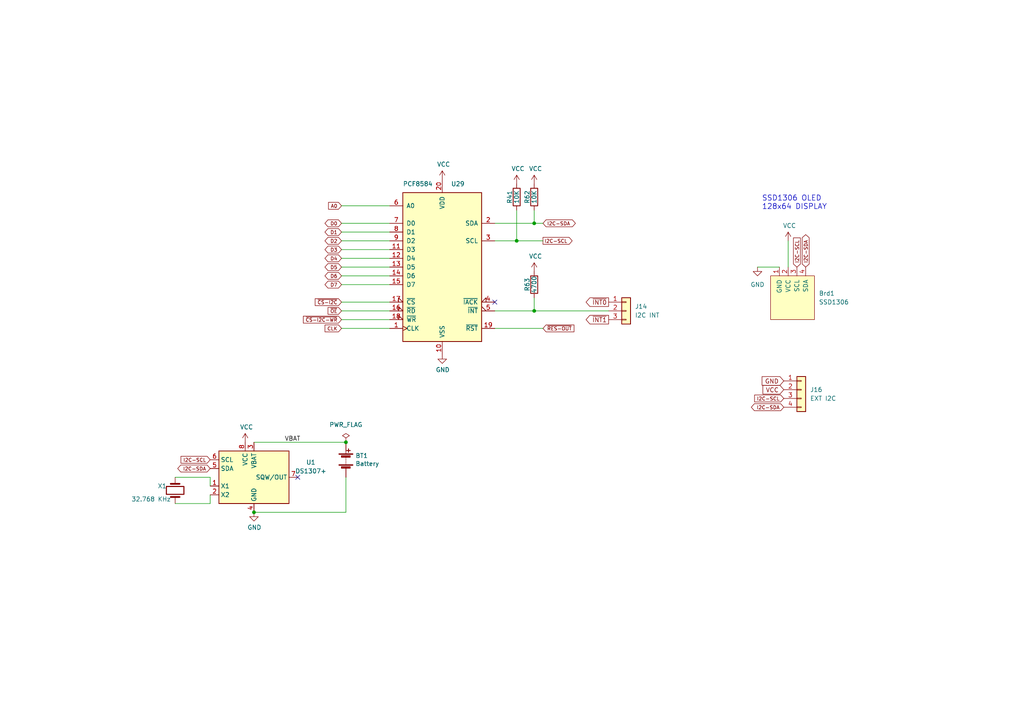
<source format=kicad_sch>
(kicad_sch (version 20211123) (generator eeschema)
  (paper "A4")
  (lib_symbols
    (symbol "Connector_Generic:Conn_01x03" (pin_names (offset 1.016) hide)
      (property "Reference" "J" (at 0 5.08 0))
      (property "Value" "Conn_01x03" (at 0 -5.08 0))
      (symbol "Conn_01x03_1_1"
        (rectangle (start -1.27 -2.413) (end 0 -2.667) (stroke (width 0.1524)))
        (rectangle (start -1.27 0.127) (end 0 -0.127) (stroke (width 0.1524)))
        (rectangle (start -1.27 2.667) (end 0 2.413) (stroke (width 0.1524)))
        (rectangle (start -1.27 3.81) (end 1.27 -3.81) (stroke (width 0.254)) (fill (type background)))
        (pin passive line (at -5.08 2.54 0) (length 3.81) (name "Pin_1") (number "1"))
        (pin passive line (at -5.08 0 0) (length 3.81) (name "Pin_2") (number "2"))
        (pin passive line (at -5.08 -2.54 0) (length 3.81) (name "Pin_3") (number "3"))
      )
    )
    (symbol "Connector_Generic:Conn_01x04" (pin_names (offset 1.016) hide)
      (property "Reference" "J" (at 0 5.08 0))
      (property "Value" "Conn_01x04" (at 0 -7.62 0))
      (symbol "Conn_01x04_1_1"
        (rectangle (start -1.27 -4.953) (end 0 -5.207) (stroke (width 0.1524)))
        (rectangle (start -1.27 -2.413) (end 0 -2.667) (stroke (width 0.1524)))
        (rectangle (start -1.27 0.127) (end 0 -0.127) (stroke (width 0.1524)))
        (rectangle (start -1.27 2.667) (end 0 2.413) (stroke (width 0.1524)))
        (rectangle (start -1.27 3.81) (end 1.27 -6.35) (stroke (width 0.254)) (fill (type background)))
        (pin passive line (at -5.08 2.54 0) (length 3.81) (name "Pin_1") (number "1"))
        (pin passive line (at -5.08 0 0) (length 3.81) (name "Pin_2") (number "2"))
        (pin passive line (at -5.08 -2.54 0) (length 3.81) (name "Pin_3") (number "3"))
        (pin passive line (at -5.08 -5.08 0) (length 3.81) (name "Pin_4") (number "4"))
      )
    )
    (symbol "Device:Battery" (pin_numbers hide) (pin_names (offset 0) hide)
      (property "Reference" "BT" (at 2.54 2.54 0))
      (property "Value" "Battery" (at 2.54 0 0))
      (symbol "Battery_0_1"
        (rectangle (start -2.032 -1.397) (end 2.032 -1.651) (fill (type outline)))
        (rectangle (start -2.032 1.778) (end 2.032 1.524) (fill (type outline)))
        (rectangle (start -1.3208 -1.9812) (end 1.27 -2.4892) (fill (type outline)))
        (rectangle (start -1.3208 1.1938) (end 1.27 0.6858) (fill (type outline)))
        (polyline (pts (xy 0 -1.524) (xy 0 -1.27)))
        (polyline (pts (xy 0 -1.016) (xy 0 -0.762)))
        (polyline (pts (xy 0 -0.508) (xy 0 -0.254)))
        (polyline (pts (xy 0 0) (xy 0 0.254)))
        (polyline (pts (xy 0 0.508) (xy 0 0.762)))
        (polyline (pts (xy 0 1.778) (xy 0 2.54)))
        (polyline (pts (xy 0.254 2.667) (xy 1.27 2.667)) (stroke (width 0.254)))
        (polyline (pts (xy 0.762 3.175) (xy 0.762 2.159)) (stroke (width 0.254)))
      )
      (symbol "Battery_1_1"
        (pin passive line (at 0 5.08 270) (length 2.54) (name "+") (number "1"))
        (pin passive line (at 0 -5.08 90) (length 2.54) (name "-") (number "2"))
      )
    )
    (symbol "Device:Crystal" (pin_numbers hide) (pin_names (offset 1.016) hide)
      (property "Reference" "Y" (at 0 3.81 0))
      (property "Value" "Crystal" (at 0 -3.81 0))
      (symbol "Crystal_0_1"
        (rectangle (start -1.143 2.54) (end 1.143 -2.54) (stroke (width 0.3048)))
        (polyline (pts (xy -2.54 0) (xy -1.905 0)))
        (polyline (pts (xy -1.905 -1.27) (xy -1.905 1.27)) (stroke (width 0.508)))
        (polyline (pts (xy 1.905 -1.27) (xy 1.905 1.27)) (stroke (width 0.508)))
        (polyline (pts (xy 2.54 0) (xy 1.905 0)))
      )
      (symbol "Crystal_1_1"
        (pin passive line (at -3.81 0 0) (length 1.27) (name "1") (number "1"))
        (pin passive line (at 3.81 0 180) (length 1.27) (name "2") (number "2"))
      )
    )
    (symbol "Device:R" (pin_numbers hide) (pin_names (offset 0))
      (property "Reference" "R" (at 2.032 0 90))
      (property "Value" "R" (at 0 0 90))
      (symbol "R_0_1"
        (rectangle (start -1.016 -2.54) (end 1.016 2.54) (stroke (width 0.254)))
      )
      (symbol "R_1_1"
        (pin passive line (at 0 3.81 270) (length 1.27) (name "~") (number "1"))
        (pin passive line (at 0 -3.81 90) (length 1.27) (name "~") (number "2"))
      )
    )
    (symbol "Interface_Expansion:PCF8584" (pin_names (offset 1.016))
      (property "Reference" "U" (at -11.43 22.86 0))
      (property "Value" "PCF8584" (at 3.81 22.86 0))
      (symbol "PCF8584_0_1"
        (rectangle (start -11.43 -21.59) (end 11.43 21.59) (stroke (width 0.254)) (fill (type background)))
      )
      (symbol "PCF8584_1_1"
        (pin input clock (at -15.24 -17.78 0) (length 3.81) (name "CLK") (number "1"))
        (pin power_in line (at 0 -25.4 90) (length 3.81) (name "VSS") (number "10"))
        (pin tri_state line (at -15.24 5.08 0) (length 3.81) (name "D3") (number "11"))
        (pin tri_state line (at -15.24 2.54 0) (length 3.81) (name "D4") (number "12"))
        (pin tri_state line (at -15.24 0 0) (length 3.81) (name "D5") (number "13"))
        (pin tri_state line (at -15.24 -2.54 0) (length 3.81) (name "D6") (number "14"))
        (pin tri_state line (at -15.24 -5.08 0) (length 3.81) (name "D7") (number "15"))
        (pin passive input_low (at -15.24 -12.7 0) (length 3.81) (name "~{RD}") (number "16"))
        (pin input input_low (at -15.24 -10.16 0) (length 3.81) (name "~{CS}") (number "17"))
        (pin input input_low (at -15.24 -15.24 0) (length 3.81) (name "~{WR}") (number "18"))
        (pin bidirectional line (at 15.24 -17.78 180) (length 3.81) (name "~{RST}") (number "19"))
        (pin bidirectional line (at 15.24 12.7 180) (length 3.81) (name "SDA") (number "2"))
        (pin power_in line (at 0 25.4 270) (length 3.81) (name "VDD") (number "20"))
        (pin bidirectional line (at 15.24 7.62 180) (length 3.81) (name "SCL") (number "3"))
        (pin input input_low (at 15.24 -10.16 180) (length 3.81) (name "~{IACK}") (number "4"))
        (pin output output_low (at 15.24 -12.7 180) (length 3.81) (name "~{INT}") (number "5"))
        (pin input line (at -15.24 17.78 0) (length 3.81) (name "A0") (number "6"))
        (pin tri_state line (at -15.24 12.7 0) (length 3.81) (name "D0") (number "7"))
        (pin tri_state line (at -15.24 10.16 0) (length 3.81) (name "D1") (number "8"))
        (pin tri_state line (at -15.24 7.62 0) (length 3.81) (name "D2") (number "9"))
      )
    )
    (symbol "SSD1306-128x64_OLED:SSD1306" (pin_names (offset 1.016))
      (property "Reference" "Brd" (at 0 -3.81 0))
      (property "Value" "SSD1306" (at 0 -1.27 0))
      (symbol "SSD1306_0_1"
        (rectangle (start -6.35 6.35) (end 6.35 -6.35) (fill (type background)))
      )
      (symbol "SSD1306_1_1"
        (pin input line (at -3.81 8.89 270) (length 2.54) (name "GND") (number "1"))
        (pin input line (at -1.27 8.89 270) (length 2.54) (name "VCC") (number "2"))
        (pin input line (at 1.27 8.89 270) (length 2.54) (name "SCL") (number "3"))
        (pin input line (at 3.81 8.89 270) (length 2.54) (name "SDA") (number "4"))
      )
    )
    (symbol "Timer_RTC:DS1307+"
      (property "Reference" "U" (at -8.89 8.89 0))
      (property "Value" "DS1307+" (at 1.27 8.89 0))
      (symbol "DS1307+_0_1"
        (rectangle (start -10.16 7.62) (end 10.16 -7.62) (stroke (width 0.254)) (fill (type background)))
      )
      (symbol "DS1307+_1_1"
        (pin input line (at -12.7 -2.54 0) (length 2.54) (name "X1") (number "1"))
        (pin input line (at -12.7 -5.08 0) (length 2.54) (name "X2") (number "2"))
        (pin power_in line (at 0 10.16 270) (length 2.54) (name "VBAT") (number "3"))
        (pin power_in line (at 0 -10.16 90) (length 2.54) (name "GND") (number "4"))
        (pin bidirectional line (at -12.7 2.54 0) (length 2.54) (name "SDA") (number "5"))
        (pin input line (at -12.7 5.08 0) (length 2.54) (name "SCL") (number "6"))
        (pin open_collector line (at 12.7 0 180) (length 2.54) (name "SQW/OUT") (number "7"))
        (pin power_in line (at -2.54 10.16 270) (length 2.54) (name "VCC") (number "8"))
      )
    )
    (symbol "power:GND" (power) (pin_names (offset 0))
      (property "Value" "GND" (at 0 -3.81 0))
      (symbol "GND_0_1"
        (polyline (pts (xy 0 0) (xy 0 -1.27) (xy 1.27 -1.27) (xy 0 -2.54) (xy -1.27 -1.27) (xy 0 -1.27)))
      )
      (symbol "GND_1_1"
        (pin power_in line (at 0 0 270) (length 0) hide (name "GND") (number "1"))
      )
    )
    (symbol "power:PWR_FLAG" (power) (pin_numbers hide) (pin_names (offset 0) hide)
      (property "Value" "PWR_FLAG" (at 0 3.81 0))
      (symbol "PWR_FLAG_0_0"
        (pin power_out line (at 0 0 90) (length 0) (name "pwr") (number "1"))
      )
      (symbol "PWR_FLAG_0_1"
        (polyline (pts (xy 0 0) (xy 0 1.27) (xy -1.016 1.905) (xy 0 2.54) (xy 1.016 1.905) (xy 0 1.27)))
      )
    )
    (symbol "power:VCC" (power) (pin_names (offset 0))
      (property "Value" "VCC" (at 0 3.81 0))
      (symbol "VCC_0_1"
        (polyline (pts (xy -0.762 1.27) (xy 0 2.54)))
        (polyline (pts (xy 0 0) (xy 0 2.54)))
        (polyline (pts (xy 0 2.54) (xy 0.762 1.27)))
      )
      (symbol "VCC_1_1"
        (pin power_in line (at 0 0 90) (length 0) hide (name "VCC") (number "1"))
      )
    )
  )
  (junction (at 149.86 69.85))
  (junction (at 73.66 148.59))
  (junction (at 100.33 128.27))
  (junction (at 154.94 64.77))
  (junction (at 154.94 90.17))
  (no_connect (at 86.36 138.43))
  (no_connect (at 143.51 87.63))
  (wire (pts (xy 219.71 77.47) (xy 226.06 77.47)))
  (wire (pts (xy 149.86 69.85) (xy 157.48 69.85)))
  (wire (pts (xy 113.03 92.71) (xy 99.06 92.71)))
  (wire (pts (xy 99.06 72.39) (xy 113.03 72.39)))
  (wire (pts (xy 99.06 82.55) (xy 113.03 82.55)))
  (wire (pts (xy 154.94 86.36) (xy 154.94 90.17)))
  (wire (pts (xy 154.94 90.17) (xy 176.53 90.17)))
  (wire (pts (xy 157.48 95.25) (xy 143.51 95.25)))
  (wire (pts (xy 143.51 64.77) (xy 154.94 64.77)))
  (wire (pts (xy 99.06 77.47) (xy 113.03 77.47)))
  (wire (pts (xy 100.33 138.43) (xy 100.33 148.59)))
  (wire (pts (xy 60.96 138.43) (xy 60.96 140.97)))
  (wire (pts (xy 113.03 95.25) (xy 99.06 95.25)))
  (wire (pts (xy 100.33 148.59) (xy 73.66 148.59)))
  (wire (pts (xy 143.51 69.85) (xy 149.86 69.85)))
  (wire (pts (xy 60.96 143.51) (xy 60.96 146.05)))
  (wire (pts (xy 73.66 128.27) (xy 100.33 128.27)))
  (wire (pts (xy 99.06 74.93) (xy 113.03 74.93)))
  (wire (pts (xy 113.03 90.17) (xy 99.06 90.17)))
  (wire (pts (xy 154.94 60.96) (xy 154.94 64.77)))
  (wire (pts (xy 50.8 138.43) (xy 60.96 138.43)))
  (wire (pts (xy 99.06 80.01) (xy 113.03 80.01)))
  (wire (pts (xy 99.06 69.85) (xy 113.03 69.85)))
  (wire (pts (xy 228.6 69.85) (xy 228.6 77.47)))
  (wire (pts (xy 99.06 64.77) (xy 113.03 64.77)))
  (wire (pts (xy 113.03 87.63) (xy 99.06 87.63)))
  (wire (pts (xy 149.86 60.96) (xy 149.86 69.85)))
  (wire (pts (xy 113.03 59.69) (xy 99.06 59.69)))
  (wire (pts (xy 154.94 64.77) (xy 157.48 64.77)))
  (wire (pts (xy 154.94 90.17) (xy 143.51 90.17)))
  (wire (pts (xy 60.96 146.05) (xy 50.8 146.05)))
  (wire (pts (xy 99.06 67.31) (xy 113.03 67.31)))
  (text "SSD1306 OLED\n128x64 DISPLAY" (at 220.98 60.96 0) (effects (font (size 1.524 1.524)) (justify left bottom)))
  (label "VBAT" (at 82.55 128.27 0))
  (global_label "CLK" (shape input) (at 99.06 95.25 180) (effects (font (size 1.016 1.016))) (property "Intersheet References" "${INTERSHEET_REFS}" (effects hide)))
  (global_label "I2C-SCL" (shape input) (at 231.14 77.47 90) (effects (font (size 1.016 1.016))) (property "Intersheet References" "${INTERSHEET_REFS}" (effects hide)))
  (global_label "A0" (shape input) (at 99.06 59.69 180) (effects (font (size 1.016 1.016))) (property "Intersheet References" "${INTERSHEET_REFS}" (effects hide)))
  (global_label "I2C-SCL" (shape input) (at 227.33 115.57 180) (effects (font (size 1.016 1.016))) (property "Intersheet References" "${INTERSHEET_REFS}" (effects hide)))
  (global_label "~{RES-OUT}" (shape input) (at 157.48 95.25 0) (effects (font (size 1.016 1.016))) (property "Intersheet References" "${INTERSHEET_REFS}" (effects hide)))
  (global_label "D3" (shape bidirectional) (at 99.06 72.39 180) (effects (font (size 1.016 1.016))) (property "Intersheet References" "${INTERSHEET_REFS}" (effects hide)))
  (global_label "~{OE}" (shape input) (at 99.06 90.17 180) (effects (font (size 1.016 1.016))) (property "Intersheet References" "${INTERSHEET_REFS}" (effects hide)))
  (global_label "GND" (shape input) (at 227.33 110.49 180) (property "Intersheet References" "${INTERSHEET_REFS}" (effects hide)))
  (global_label "D6" (shape bidirectional) (at 99.06 80.01 180) (effects (font (size 1.016 1.016))) (property "Intersheet References" "${INTERSHEET_REFS}" (effects hide)))
  (global_label "I2C-SCL" (shape input) (at 60.96 133.35 180) (effects (font (size 1.016 1.016))) (property "Intersheet References" "${INTERSHEET_REFS}" (effects hide)))
  (global_label "~{INT1}" (shape output) (at 176.53 92.71 180) (property "Intersheet References" "${INTERSHEET_REFS}" (effects hide)))
  (global_label "D5" (shape bidirectional) (at 99.06 77.47 180) (effects (font (size 1.016 1.016))) (property "Intersheet References" "${INTERSHEET_REFS}" (effects hide)))
  (global_label "D7" (shape bidirectional) (at 99.06 82.55 180) (effects (font (size 1.016 1.016))) (property "Intersheet References" "${INTERSHEET_REFS}" (effects hide)))
  (global_label "D4" (shape bidirectional) (at 99.06 74.93 180) (effects (font (size 1.016 1.016))) (property "Intersheet References" "${INTERSHEET_REFS}" (effects hide)))
  (global_label "I2C-SDA" (shape bidirectional) (at 60.96 135.89 180) (effects (font (size 1.016 1.016))) (property "Intersheet References" "${INTERSHEET_REFS}" (effects hide)))
  (global_label "D2" (shape bidirectional) (at 99.06 69.85 180) (effects (font (size 1.016 1.016))) (property "Intersheet References" "${INTERSHEET_REFS}" (effects hide)))
  (global_label "I2C-SDA" (shape bidirectional) (at 233.68 77.47 90) (effects (font (size 1.016 1.016))) (property "Intersheet References" "${INTERSHEET_REFS}" (effects hide)))
  (global_label "D1" (shape bidirectional) (at 99.06 67.31 180) (effects (font (size 1.016 1.016))) (property "Intersheet References" "${INTERSHEET_REFS}" (effects hide)))
  (global_label "I2C-SDA" (shape bidirectional) (at 227.33 118.11 180) (effects (font (size 1.016 1.016))) (property "Intersheet References" "${INTERSHEET_REFS}" (effects hide)))
  (global_label "VCC" (shape input) (at 227.33 113.03 180) (property "Intersheet References" "${INTERSHEET_REFS}" (effects hide)))
  (global_label "I2C-SCL" (shape output) (at 157.48 69.85 0) (effects (font (size 1.016 1.016))) (property "Intersheet References" "${INTERSHEET_REFS}" (effects hide)))
  (global_label "D0" (shape bidirectional) (at 99.06 64.77 180) (effects (font (size 1.016 1.016))) (property "Intersheet References" "${INTERSHEET_REFS}" (effects hide)))
  (global_label "~{CS-I2C}" (shape input) (at 99.06 87.63 180) (effects (font (size 1.016 1.016))) (property "Intersheet References" "${INTERSHEET_REFS}" (effects hide)))
  (global_label "~{CS-I2C-WR}" (shape input) (at 99.06 92.71 180) (effects (font (size 1.016 1.016))) (property "Intersheet References" "${INTERSHEET_REFS}" (effects hide)))
  (global_label "I2C-SDA" (shape bidirectional) (at 157.48 64.77 0) (effects (font (size 1.016 1.016))) (property "Intersheet References" "${INTERSHEET_REFS}" (effects hide)))
  (global_label "~{INT0}" (shape output) (at 176.53 87.63 180) (property "Intersheet References" "${INTERSHEET_REFS}" (effects hide)))
  (symbol (lib_id "power:VCC") (at 128.27 52.07 0) (unit 1)
    (property "Reference" "#PWR099" (effects hide))
    (property "Value" "VCC" (at 128.651 47.6758 0))
  )
  (symbol (lib_id "power:GND") (at 219.71 77.47 0) (unit 1)
    (property "Reference" "#PWR0104" (effects hide))
    (property "Value" "GND" (at 219.71 82.55 0))
  )
  (symbol (lib_id "Connector_Generic:Conn_01x03") (at 181.61 90.17 0) (unit 1)
    (property "Reference" "J14" (at 184.15 88.8999 0) (effects (justify left)))
    (property "Value" "I2C INT" (at 184.15 91.4399 0) (effects (justify left)))
    (property "Footprint" "Connector_PinHeader_2.54mm:PinHeader_1x03_P2.54mm_Vertical" (effects hide))
  )
  (symbol (lib_id "Timer_RTC:DS1307+") (at 73.66 138.43 0) (unit 1)
    (property "Reference" "U1" (at 90.17 134.0993 0))
    (property "Value" "DS1307+" (at 90.17 136.6393 0))
    (property "Footprint" "Package_DIP:DIP-8_W7.62mm_Socket" (effects hide))
    (property "Datasheet" "https://datasheets.maximintegrated.com/en/ds/DS1307.pdf" (effects hide))
  )
  (symbol (lib_id "power:PWR_FLAG") (at 100.33 128.27 0) (unit 1)
    (property "Reference" "#FLG02" (effects hide))
    (property "Value" "PWR_FLAG" (at 100.33 123.19 0))
  )
  (symbol (lib_id "power:VCC") (at 154.94 53.34 0) (unit 1)
    (property "Reference" "#PWR0102" (effects hide))
    (property "Value" "VCC" (at 155.321 48.9458 0))
  )
  (symbol (lib_id "Device:R") (at 149.86 57.15 180) (unit 1)
    (property "Reference" "R41" (at 147.828 57.15 90))
    (property "Value" "10K" (at 149.86 57.15 90))
    (property "Footprint" "Resistor_THT:R_Axial_DIN0207_L6.3mm_D2.5mm_P7.62mm_Horizontal" (effects hide))
  )
  (symbol (lib_id "Connector_Generic:Conn_01x04") (at 232.41 113.03 0) (unit 1)
    (property "Reference" "J16" (at 234.95 113.0299 0) (effects (justify left)))
    (property "Value" "EXT I2C" (at 234.95 115.5699 0) (effects (justify left)))
    (property "Footprint" "Connector_PinHeader_2.54mm:PinHeader_1x04_P2.54mm_Vertical" (effects hide))
  )
  (symbol (lib_id "SSD1306-128x64_OLED:SSD1306") (at 229.87 86.36 0) (unit 1)
    (property "Reference" "Brd1" (at 237.49 85.0899 0) (effects (justify left)))
    (property "Value" "SSD1306" (at 237.49 87.6299 0) (effects (justify left)))
    (property "Footprint" "SSD1306:128x64OLED" (effects hide))
  )
  (symbol (lib_id "Device:Crystal") (at 50.8 142.24 90) (unit 1)
    (property "Reference" "X1" (at 45.72 140.97 90) (effects (justify right)))
    (property "Value" "32.768 KHz" (at 38.1 144.78 90) (effects (justify right)))
    (property "Footprint" "Crystal:Crystal_AT310_D3.0mm_L10.0mm_Horizontal" (effects hide))
  )
  (symbol (lib_id "power:VCC") (at 154.94 78.74 0) (unit 1)
    (property "Reference" "#PWR0103" (effects hide))
    (property "Value" "VCC" (at 155.321 74.3458 0))
  )
  (symbol (lib_id "power:VCC") (at 149.86 53.34 0) (unit 1)
    (property "Reference" "#PWR0101" (effects hide))
    (property "Value" "VCC" (at 150.241 48.9458 0))
  )
  (symbol (lib_id "Device:Battery") (at 100.33 133.35 0) (unit 1)
    (property "Reference" "BT1" (at 103.0732 132.1816 0) (effects (justify left)))
    (property "Value" "Battery" (at 103.0732 134.493 0) (effects (justify left)))
    (property "Footprint" "Battery:BatteryHolder_Keystone_103_1x20mm" (effects hide))
  )
  (symbol (lib_id "Device:R") (at 154.94 57.15 180) (unit 1)
    (property "Reference" "R62" (at 152.908 57.15 90))
    (property "Value" "10K" (at 154.94 57.15 90))
    (property "Footprint" "Resistor_THT:R_Axial_DIN0207_L6.3mm_D2.5mm_P7.62mm_Horizontal" (effects hide))
  )
  (symbol (lib_id "Device:R") (at 154.94 82.55 180) (unit 1)
    (property "Reference" "R63" (at 152.908 82.55 90))
    (property "Value" "4700" (at 154.94 82.55 90))
    (property "Footprint" "Resistor_THT:R_Axial_DIN0207_L6.3mm_D2.5mm_P7.62mm_Horizontal" (effects hide))
  )
  (symbol (lib_id "power:VCC") (at 228.6 69.85 0) (unit 1)
    (property "Reference" "#PWR0105" (effects hide))
    (property "Value" "VCC" (at 228.981 65.4558 0))
  )
  (symbol (lib_id "Interface_Expansion:PCF8584") (at 128.27 77.47 0) (unit 1)
    (property "Reference" "U29" (at 130.81 53.34 0) (effects (justify left)))
    (property "Value" "PCF8584" (at 116.84 53.34 0) (effects (justify left)))
    (property "Footprint" "Package_DIP:DIP-20_W7.62mm_Socket" (effects hide))
    (property "Datasheet" "http://www.nxp.com/documents/data_sheet/PCF8584.pdf" (effects hide))
  )
  (symbol (lib_id "power:GND") (at 128.27 102.87 0) (unit 1)
    (property "Reference" "#PWR0100" (effects hide))
    (property "Value" "GND" (at 128.397 107.2642 0))
  )
  (symbol (lib_id "power:GND") (at 73.66 148.59 0) (unit 1)
    (property "Reference" "#PWR098" (effects hide))
    (property "Value" "GND" (at 73.787 152.9842 0))
  )
  (symbol (lib_id "power:VCC") (at 71.12 128.27 0) (unit 1)
    (property "Reference" "#PWR097" (effects hide))
    (property "Value" "VCC" (at 71.501 123.8758 0))
  )
)
</source>
